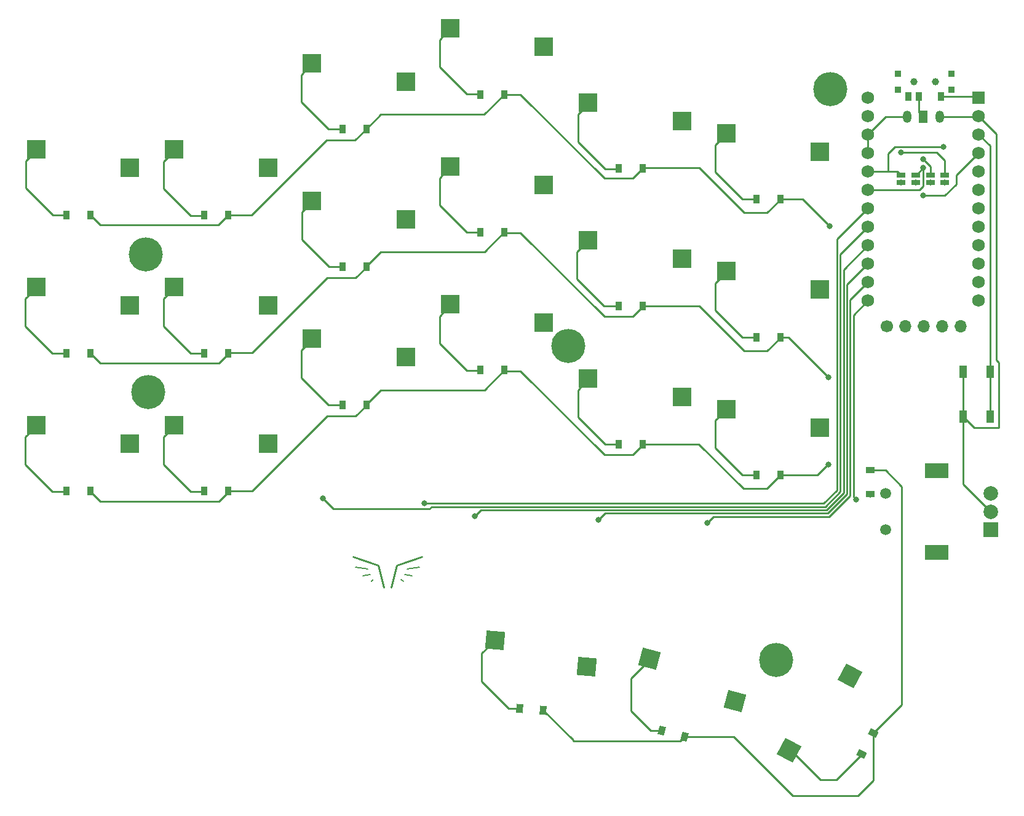
<source format=gbr>
%TF.GenerationSoftware,KiCad,Pcbnew,7.0.10*%
%TF.CreationDate,2024-02-08T10:53:13-05:00*%
%TF.ProjectId,kestrel,6b657374-7265-46c2-9e6b-696361645f70,v1.0.0*%
%TF.SameCoordinates,Original*%
%TF.FileFunction,Copper,L1,Top*%
%TF.FilePolarity,Positive*%
%FSLAX46Y46*%
G04 Gerber Fmt 4.6, Leading zero omitted, Abs format (unit mm)*
G04 Created by KiCad (PCBNEW 7.0.10) date 2024-02-08 10:53:13*
%MOMM*%
%LPD*%
G01*
G04 APERTURE LIST*
G04 Aperture macros list*
%AMRotRect*
0 Rectangle, with rotation*
0 The origin of the aperture is its center*
0 $1 length*
0 $2 width*
0 $3 Rotation angle, in degrees counterclockwise*
0 Add horizontal line*
21,1,$1,$2,0,0,$3*%
G04 Aperture macros list end*
%TA.AperFunction,EtchedComponent*%
%ADD10C,0.193999*%
%TD*%
%TA.AperFunction,EtchedComponent*%
%ADD11C,0.211999*%
%TD*%
%TA.AperFunction,SMDPad,CuDef*%
%ADD12R,0.900000X0.900000*%
%TD*%
%TA.AperFunction,WasherPad*%
%ADD13C,1.000000*%
%TD*%
%TA.AperFunction,SMDPad,CuDef*%
%ADD14R,0.900000X1.250000*%
%TD*%
%TA.AperFunction,SMDPad,CuDef*%
%ADD15R,1.100000X1.800000*%
%TD*%
%TA.AperFunction,ComponentPad*%
%ADD16C,0.600000*%
%TD*%
%TA.AperFunction,SMDPad,CuDef*%
%ADD17R,0.900000X1.200000*%
%TD*%
%TA.AperFunction,SMDPad,CuDef*%
%ADD18R,2.550000X2.500000*%
%TD*%
%TA.AperFunction,ComponentPad*%
%ADD19C,4.700000*%
%TD*%
%TA.AperFunction,SMDPad,CuDef*%
%ADD20R,1.143000X0.635000*%
%TD*%
%TA.AperFunction,SMDPad,CuDef*%
%ADD21RotRect,0.900000X1.200000X175.000000*%
%TD*%
%TA.AperFunction,SMDPad,CuDef*%
%ADD22RotRect,0.900000X1.200000X165.000000*%
%TD*%
%TA.AperFunction,SMDPad,CuDef*%
%ADD23RotRect,2.550000X2.500000X355.000000*%
%TD*%
%TA.AperFunction,ComponentPad*%
%ADD24R,3.200000X2.000000*%
%TD*%
%TA.AperFunction,ComponentPad*%
%ADD25C,1.500000*%
%TD*%
%TA.AperFunction,ComponentPad*%
%ADD26R,2.000000X2.000000*%
%TD*%
%TA.AperFunction,ComponentPad*%
%ADD27C,2.000000*%
%TD*%
%TA.AperFunction,ComponentPad*%
%ADD28C,1.700000*%
%TD*%
%TA.AperFunction,ComponentPad*%
%ADD29O,1.700000X1.700000*%
%TD*%
%TA.AperFunction,SMDPad,CuDef*%
%ADD30RotRect,2.550000X2.500000X345.000000*%
%TD*%
%TA.AperFunction,SMDPad,CuDef*%
%ADD31RotRect,2.550000X2.500000X62.000000*%
%TD*%
%TA.AperFunction,SMDPad,CuDef*%
%ADD32RotRect,0.900000X1.200000X242.000000*%
%TD*%
%TA.AperFunction,ComponentPad*%
%ADD33O,1.200000X1.700000*%
%TD*%
%TA.AperFunction,ComponentPad*%
%ADD34R,1.200000X1.700000*%
%TD*%
%TA.AperFunction,ComponentPad*%
%ADD35R,1.752600X1.752600*%
%TD*%
%TA.AperFunction,ComponentPad*%
%ADD36C,1.752600*%
%TD*%
%TA.AperFunction,SMDPad,CuDef*%
%ADD37R,1.200000X0.900000*%
%TD*%
%TA.AperFunction,ViaPad*%
%ADD38C,0.800000*%
%TD*%
%TA.AperFunction,Conductor*%
%ADD39C,0.250000*%
%TD*%
G04 APERTURE END LIST*
D10*
%TO.C,REF\u002A\u002A*%
X181420000Y-165148000D02*
X179720000Y-164948000D01*
X181770000Y-165948000D02*
X180720000Y-166148000D01*
X182220000Y-166638000D02*
X181890000Y-166848000D01*
D11*
X182870000Y-164698000D02*
X179370000Y-163448000D01*
X183620000Y-167698000D02*
X182870000Y-164698000D01*
X184620000Y-167698000D02*
X185370000Y-164698000D01*
X185370000Y-164698000D02*
X188870000Y-163448000D01*
D10*
X186020000Y-166638000D02*
X186350000Y-166848000D01*
X186470000Y-165948000D02*
X187520000Y-166148000D01*
X186820000Y-165148000D02*
X188520000Y-164948000D01*
%TD*%
D12*
%TO.P,T1,*%
%TO.N,*%
X254372400Y-96926400D03*
X254372400Y-99126400D03*
D13*
X256572400Y-98026400D03*
X259572400Y-98026400D03*
D12*
X261772400Y-96926400D03*
X261772400Y-99126400D03*
D14*
%TO.P,T1,1*%
%TO.N,RAW*%
X260322400Y-100101400D03*
%TO.P,T1,2*%
%TO.N,JST*%
X257322400Y-100101400D03*
%TO.P,T1,3*%
%TO.N,N/C*%
X255822400Y-100101400D03*
%TD*%
D15*
%TO.P,B1,1*%
%TO.N,RST*%
X267106400Y-137972800D03*
X267106400Y-144172800D03*
%TO.P,B1,2*%
%TO.N,GND*%
X263406400Y-137972800D03*
X263406400Y-144172800D03*
%TD*%
D16*
%TO.P,REF\u002A\u002A,1*%
%TO.N,row_0*%
X205593060Y-184655457D03*
%TD*%
%TO.P,REF\u002A\u002A,1*%
%TO.N,ring_top*%
X173838000Y-95536000D03*
%TD*%
%TO.P,REF\u002A\u002A,1*%
%TO.N,row_3*%
X162248000Y-116436000D03*
%TD*%
D17*
%TO.P,D13,1*%
%TO.N,row_1*%
X219238000Y-147976000D03*
%TO.P,D13,2*%
%TO.N,index_bottom*%
X215938000Y-147976000D03*
%TD*%
D16*
%TO.P,REF\u002A\u002A,1*%
%TO.N,row_1*%
X162248000Y-154436000D03*
%TD*%
D18*
%TO.P,S8,1*%
%TO.N,col_2*%
X186673000Y-116996000D03*
%TO.P,S8,2*%
%TO.N,ring_home*%
X173746000Y-114456000D03*
%TD*%
D16*
%TO.P,REF\u002A\u002A,1*%
%TO.N,ring_home*%
X173838000Y-114536000D03*
%TD*%
%TO.P,REF\u002A\u002A,1*%
%TO.N,home_fan*%
X221849536Y-187433412D03*
%TD*%
%TO.P,REF\u002A\u002A,1*%
%TO.N,col_3*%
X205588000Y-93276000D03*
%TD*%
D18*
%TO.P,S11,1*%
%TO.N,col_3*%
X205673000Y-112236000D03*
%TO.P,S11,2*%
%TO.N,middle_home*%
X192746000Y-109696000D03*
%TD*%
D16*
%TO.P,REF\u002A\u002A,1*%
%TO.N,pinkie_top*%
X154838000Y-107436000D03*
%TD*%
%TO.P,REF\u002A\u002A,1*%
%TO.N,middle_bottom*%
X192838000Y-128776000D03*
%TD*%
%TO.P,REF\u002A\u002A,1*%
%TO.N,col_5*%
X243588000Y-126726000D03*
%TD*%
D19*
%TO.P,TH3,*%
%TO.N,*%
X209025000Y-134450000D03*
%TD*%
D17*
%TO.P,D14,1*%
%TO.N,row_2*%
X219238000Y-128976000D03*
%TO.P,D14,2*%
%TO.N,index_home*%
X215938000Y-128976000D03*
%TD*%
D16*
%TO.P,REF\u002A\u002A,1*%
%TO.N,col_4*%
X224588000Y-122476000D03*
%TD*%
D20*
%TO.P,J3,1*%
%TO.N,GND*%
X258858000Y-110947200D03*
%TO.P,J3,2*%
%TO.N,J_pad3*%
X258858000Y-111947960D03*
%TD*%
D16*
%TO.P,REF\u002A\u002A,1*%
%TO.N,far_fan*%
X239573307Y-190094435D03*
%TD*%
%TO.P,REF\u002A\u002A,1*%
%TO.N,col_1*%
X167588000Y-147936000D03*
%TD*%
%TO.P,REF\u002A\u002A,1*%
%TO.N,row_3*%
X143248000Y-116436000D03*
%TD*%
%TO.P,REF\u002A\u002A,1*%
%TO.N,inner_top*%
X234928000Y-114226000D03*
%TD*%
D18*
%TO.P,S15,1*%
%TO.N,col_4*%
X224673000Y-103436000D03*
%TO.P,S15,2*%
%TO.N,index_top*%
X211746000Y-100896000D03*
%TD*%
%TO.P,S14,1*%
%TO.N,col_4*%
X224673000Y-122436000D03*
%TO.P,S14,2*%
%TO.N,index_home*%
X211746000Y-119896000D03*
%TD*%
D21*
%TO.P,D19,1*%
%TO.N,row_0*%
X205583098Y-184654586D03*
%TO.P,D19,2*%
%TO.N,near_fan*%
X202295656Y-184366972D03*
%TD*%
D16*
%TO.P,REF\u002A\u002A,1*%
%TO.N,middle_home*%
X196928000Y-118776000D03*
%TD*%
%TO.P,REF\u002A\u002A,1*%
%TO.N,row_1*%
X181248000Y-142536000D03*
%TD*%
%TO.P,REF\u002A\u002A,1*%
%TO.N,col_5*%
X243588000Y-107726000D03*
%TD*%
%TO.P,REF\u002A\u002A,1*%
%TO.N,index_top*%
X215928000Y-109976000D03*
%TD*%
%TO.P,REF\u002A\u002A,1*%
%TO.N,ring_bottom*%
X177928000Y-142536000D03*
%TD*%
D17*
%TO.P,D7,1*%
%TO.N,row_1*%
X181238000Y-142536000D03*
%TO.P,D7,2*%
%TO.N,ring_bottom*%
X177938000Y-142536000D03*
%TD*%
D20*
%TO.P,J7,1*%
%TO.N,SDA*%
X254858000Y-110947200D03*
%TO.P,J7,2*%
%TO.N,J_pad1*%
X254858000Y-111947960D03*
%TD*%
D18*
%TO.P,S7,1*%
%TO.N,col_2*%
X186673000Y-135996000D03*
%TO.P,S7,2*%
%TO.N,ring_bottom*%
X173746000Y-133456000D03*
%TD*%
D16*
%TO.P,REF\u002A\u002A,1*%
%TO.N,index_home*%
X211838000Y-119976000D03*
%TD*%
%TO.P,REF\u002A\u002A,1*%
%TO.N,col_4*%
X224588000Y-141476000D03*
%TD*%
%TO.P,REF\u002A\u002A,1*%
%TO.N,outer_top*%
X135838000Y-107436000D03*
%TD*%
D17*
%TO.P,D18,1*%
%TO.N,row_3*%
X238238000Y-114226000D03*
%TO.P,D18,2*%
%TO.N,inner_top*%
X234938000Y-114226000D03*
%TD*%
D16*
%TO.P,REF\u002A\u002A,1*%
%TO.N,inner_top*%
X230838000Y-105226000D03*
%TD*%
D18*
%TO.P,S16,1*%
%TO.N,col_5*%
X243673000Y-145686000D03*
%TO.P,S16,2*%
%TO.N,inner_bottom*%
X230746000Y-143146000D03*
%TD*%
D16*
%TO.P,REF\u002A\u002A,1*%
%TO.N,index_bottom*%
X211838000Y-138976000D03*
%TD*%
D19*
%TO.P,TH3,*%
%TO.N,*%
X245125000Y-99050000D03*
%TD*%
D17*
%TO.P,D8,1*%
%TO.N,row_2*%
X181238000Y-123536000D03*
%TO.P,D8,2*%
%TO.N,ring_home*%
X177938000Y-123536000D03*
%TD*%
D16*
%TO.P,REF\u002A\u002A,1*%
%TO.N,col_2*%
X186588000Y-117036000D03*
%TD*%
D17*
%TO.P,D17,1*%
%TO.N,row_2*%
X238238000Y-133226000D03*
%TO.P,D17,2*%
%TO.N,inner_home*%
X234938000Y-133226000D03*
%TD*%
D16*
%TO.P,REF\u002A\u002A,1*%
%TO.N,ring_top*%
X177928000Y-104536000D03*
%TD*%
%TO.P,REF\u002A\u002A,1*%
%TO.N,middle_top*%
X192838000Y-90776000D03*
%TD*%
D18*
%TO.P,S13,1*%
%TO.N,col_4*%
X224673000Y-141436000D03*
%TO.P,S13,2*%
%TO.N,index_bottom*%
X211746000Y-138896000D03*
%TD*%
%TO.P,S1,1*%
%TO.N,col_0*%
X148673000Y-147896000D03*
%TO.P,S1,2*%
%TO.N,outer_bottom*%
X135746000Y-145356000D03*
%TD*%
D16*
%TO.P,REF\u002A\u002A,1*%
%TO.N,outer_bottom*%
X135838000Y-145436000D03*
%TD*%
%TO.P,REF\u002A\u002A,1*%
%TO.N,index_home*%
X215928000Y-128976000D03*
%TD*%
D17*
%TO.P,D2,1*%
%TO.N,row_2*%
X143238000Y-135436000D03*
%TO.P,D2,2*%
%TO.N,outer_home*%
X139938000Y-135436000D03*
%TD*%
D20*
%TO.P,J5,1*%
%TO.N,SCL*%
X256858000Y-110947200D03*
%TO.P,J5,2*%
%TO.N,J_pad2*%
X256858000Y-111947960D03*
%TD*%
D16*
%TO.P,REF\u002A\u002A,1*%
%TO.N,col_3*%
X231896778Y-183396267D03*
%TD*%
%TO.P,REF\u002A\u002A,1*%
%TO.N,col_4*%
X247766438Y-180010532D03*
%TD*%
%TO.P,REF\u002A\u002A,1*%
%TO.N,col_0*%
X148588000Y-109936000D03*
%TD*%
D17*
%TO.P,D4,1*%
%TO.N,row_1*%
X162238000Y-154436000D03*
%TO.P,D4,2*%
%TO.N,pinkie_bottom*%
X158938000Y-154436000D03*
%TD*%
D16*
%TO.P,REF\u002A\u002A,1*%
%TO.N,col_3*%
X205588000Y-112276000D03*
%TD*%
D19*
%TO.P,TH3,*%
%TO.N,*%
X237650000Y-177675000D03*
%TD*%
D16*
%TO.P,REF\u002A\u002A,1*%
%TO.N,middle_top*%
X196928000Y-99776000D03*
%TD*%
%TO.P,REF\u002A\u002A,1*%
%TO.N,row_3*%
X181248000Y-104536000D03*
%TD*%
%TO.P,REF\u002A\u002A,1*%
%TO.N,row_2*%
X219248000Y-128976000D03*
%TD*%
%TO.P,REF\u002A\u002A,1*%
%TO.N,row_1*%
X200248000Y-137776000D03*
%TD*%
D17*
%TO.P,D5,1*%
%TO.N,row_2*%
X162238000Y-135436000D03*
%TO.P,D5,2*%
%TO.N,pinkie_home*%
X158938000Y-135436000D03*
%TD*%
D16*
%TO.P,REF\u002A\u002A,1*%
%TO.N,ring_bottom*%
X173838000Y-133536000D03*
%TD*%
%TO.P,REF\u002A\u002A,1*%
%TO.N,row_0*%
X250998619Y-187777038D03*
%TD*%
%TO.P,REF\u002A\u002A,1*%
%TO.N,col_3*%
X205588000Y-131276000D03*
%TD*%
D17*
%TO.P,D3,1*%
%TO.N,row_3*%
X143238000Y-116436000D03*
%TO.P,D3,2*%
%TO.N,outer_top*%
X139938000Y-116436000D03*
%TD*%
%TO.P,D11,1*%
%TO.N,row_2*%
X200238000Y-118776000D03*
%TO.P,D11,2*%
%TO.N,middle_home*%
X196938000Y-118776000D03*
%TD*%
D16*
%TO.P,REF\u002A\u002A,1*%
%TO.N,far_fan*%
X249439974Y-190708424D03*
%TD*%
%TO.P,REF\u002A\u002A,1*%
%TO.N,row_3*%
X200248000Y-99776000D03*
%TD*%
%TO.P,REF\u002A\u002A,1*%
%TO.N,col_2*%
X186588000Y-98036000D03*
%TD*%
%TO.P,REF\u002A\u002A,1*%
%TO.N,middle_home*%
X192838000Y-109776000D03*
%TD*%
D17*
%TO.P,D10,1*%
%TO.N,row_1*%
X200238000Y-137776000D03*
%TO.P,D10,2*%
%TO.N,middle_bottom*%
X196938000Y-137776000D03*
%TD*%
D16*
%TO.P,REF\u002A\u002A,1*%
%TO.N,col_5*%
X243588000Y-145726000D03*
%TD*%
%TO.P,REF\u002A\u002A,1*%
%TO.N,row_3*%
X238248000Y-114226000D03*
%TD*%
D22*
%TO.P,D20,1*%
%TO.N,row_0*%
X225046751Y-188290103D03*
%TO.P,D20,2*%
%TO.N,home_fan*%
X221859195Y-187436001D03*
%TD*%
D18*
%TO.P,S5,1*%
%TO.N,col_1*%
X167673000Y-128896000D03*
%TO.P,S5,2*%
%TO.N,pinkie_home*%
X154746000Y-126356000D03*
%TD*%
D23*
%TO.P,S19,1*%
%TO.N,col_2*%
X211567415Y-178613164D03*
%TO.P,S19,2*%
%TO.N,near_fan*%
X198910982Y-174956167D03*
%TD*%
D24*
%TO.P,ROT1,*%
%TO.N,*%
X259708000Y-162866000D03*
X259708000Y-151666000D03*
D25*
%TO.P,ROT1,1*%
%TO.N,col_5*%
X252708000Y-159766000D03*
%TO.P,ROT1,2*%
%TO.N,r_diode*%
X252708000Y-154766000D03*
D26*
%TO.P,ROT1,A*%
%TO.N,ENCA*%
X267208000Y-159766000D03*
D27*
%TO.P,ROT1,B*%
%TO.N,ENCB*%
X267208000Y-154766000D03*
%TO.P,ROT1,C*%
%TO.N,GND*%
X267208000Y-157266000D03*
%TD*%
D18*
%TO.P,S4,1*%
%TO.N,col_1*%
X167673000Y-147896000D03*
%TO.P,S4,2*%
%TO.N,pinkie_bottom*%
X154746000Y-145356000D03*
%TD*%
D16*
%TO.P,REF\u002A\u002A,1*%
%TO.N,index_bottom*%
X215928000Y-147976000D03*
%TD*%
D19*
%TO.P,TH3,*%
%TO.N,*%
X150875000Y-121825000D03*
%TD*%
D18*
%TO.P,S12,1*%
%TO.N,col_3*%
X205673000Y-93236000D03*
%TO.P,S12,2*%
%TO.N,middle_top*%
X192746000Y-90696000D03*
%TD*%
D16*
%TO.P,REF\u002A\u002A,1*%
%TO.N,row_1*%
X143248000Y-154436000D03*
%TD*%
D17*
%TO.P,D1,1*%
%TO.N,row_1*%
X143238000Y-154436000D03*
%TO.P,D1,2*%
%TO.N,outer_bottom*%
X139938000Y-154436000D03*
%TD*%
D16*
%TO.P,REF\u002A\u002A,1*%
%TO.N,row_3*%
X219248000Y-109976000D03*
%TD*%
D28*
%TO.P,REF\u002A,1*%
%TO.N,J_pad1*%
X252842600Y-131724400D03*
D29*
%TO.P,REF\u002A,2*%
%TO.N,J_pad2*%
X255382600Y-131724400D03*
%TO.P,REF\u002A,3*%
%TO.N,VCC*%
X257922600Y-131724400D03*
%TO.P,REF\u002A,4*%
%TO.N,J_pad3*%
X260462600Y-131724400D03*
%TO.P,REF\u002A,5*%
%TO.N,J_pad4*%
X263002600Y-131724400D03*
%TD*%
D17*
%TO.P,D6,1*%
%TO.N,row_3*%
X162238000Y-116436000D03*
%TO.P,D6,2*%
%TO.N,pinkie_top*%
X158938000Y-116436000D03*
%TD*%
D18*
%TO.P,S17,1*%
%TO.N,col_5*%
X243673000Y-126686000D03*
%TO.P,S17,2*%
%TO.N,inner_home*%
X230746000Y-124146000D03*
%TD*%
D16*
%TO.P,REF\u002A\u002A,1*%
%TO.N,index_top*%
X211838000Y-100976000D03*
%TD*%
D18*
%TO.P,S9,1*%
%TO.N,col_2*%
X186673000Y-97996000D03*
%TO.P,S9,2*%
%TO.N,ring_top*%
X173746000Y-95456000D03*
%TD*%
D16*
%TO.P,REF\u002A\u002A,1*%
%TO.N,row_2*%
X200248000Y-118776000D03*
%TD*%
%TO.P,REF\u002A\u002A,1*%
%TO.N,pinkie_top*%
X158928000Y-116436000D03*
%TD*%
%TO.P,REF\u002A\u002A,1*%
%TO.N,home_fan*%
X220228271Y-177681510D03*
%TD*%
%TO.P,REF\u002A\u002A,1*%
%TO.N,col_2*%
X186588000Y-136036000D03*
%TD*%
%TO.P,REF\u002A\u002A,1*%
%TO.N,row_2*%
X181248000Y-123536000D03*
%TD*%
%TO.P,REF\u002A\u002A,1*%
%TO.N,middle_bottom*%
X196928000Y-137776000D03*
%TD*%
%TO.P,REF\u002A\u002A,1*%
%TO.N,ring_home*%
X177928000Y-123536000D03*
%TD*%
D18*
%TO.P,S2,1*%
%TO.N,col_0*%
X148673000Y-128896000D03*
%TO.P,S2,2*%
%TO.N,outer_home*%
X135746000Y-126356000D03*
%TD*%
D17*
%TO.P,D15,1*%
%TO.N,row_3*%
X219238000Y-109976000D03*
%TO.P,D15,2*%
%TO.N,index_top*%
X215938000Y-109976000D03*
%TD*%
D16*
%TO.P,REF\u002A\u002A,1*%
%TO.N,near_fan*%
X198995659Y-175043881D03*
%TD*%
%TO.P,REF\u002A\u002A,1*%
%TO.N,pinkie_bottom*%
X154838000Y-145436000D03*
%TD*%
D30*
%TO.P,S20,1*%
%TO.N,col_3*%
X231989234Y-183379630D03*
%TO.P,S20,2*%
%TO.N,home_fan*%
X220160111Y-177580425D03*
%TD*%
D20*
%TO.P,J1,1*%
%TO.N,CS*%
X260858000Y-110947200D03*
%TO.P,J1,2*%
%TO.N,J_pad4*%
X260858000Y-111947960D03*
%TD*%
D31*
%TO.P,S21,1*%
%TO.N,col_4*%
X247771025Y-179916704D03*
%TO.P,S21,2*%
%TO.N,far_fan*%
X239459479Y-190138109D03*
%TD*%
D17*
%TO.P,D16,1*%
%TO.N,row_1*%
X238238000Y-152226000D03*
%TO.P,D16,2*%
%TO.N,inner_bottom*%
X234938000Y-152226000D03*
%TD*%
D16*
%TO.P,REF\u002A\u002A,1*%
%TO.N,inner_bottom*%
X234928000Y-152226000D03*
%TD*%
%TO.P,REF\u002A\u002A,1*%
%TO.N,row_1*%
X219248000Y-147976000D03*
%TD*%
D19*
%TO.P,TH3,*%
%TO.N,*%
X151175000Y-140825000D03*
%TD*%
D16*
%TO.P,REF\u002A\u002A,1*%
%TO.N,col_1*%
X167588000Y-109936000D03*
%TD*%
%TO.P,REF\u002A\u002A,1*%
%TO.N,row_1*%
X238248000Y-152226000D03*
%TD*%
%TO.P,REF\u002A\u002A,1*%
%TO.N,row_2*%
X143248000Y-135436000D03*
%TD*%
%TO.P,REF\u002A\u002A,1*%
%TO.N,inner_home*%
X230838000Y-124226000D03*
%TD*%
%TO.P,REF\u002A\u002A,1*%
%TO.N,pinkie_home*%
X154838000Y-126436000D03*
%TD*%
%TO.P,REF\u002A\u002A,1*%
%TO.N,inner_bottom*%
X230838000Y-143226000D03*
%TD*%
D18*
%TO.P,S3,1*%
%TO.N,col_0*%
X148673000Y-109896000D03*
%TO.P,S3,2*%
%TO.N,outer_top*%
X135746000Y-107356000D03*
%TD*%
D16*
%TO.P,REF\u002A\u002A,1*%
%TO.N,outer_top*%
X139928000Y-116436000D03*
%TD*%
%TO.P,REF\u002A\u002A,1*%
%TO.N,outer_home*%
X139928000Y-135436000D03*
%TD*%
%TO.P,REF\u002A\u002A,1*%
%TO.N,col_1*%
X167588000Y-128936000D03*
%TD*%
D17*
%TO.P,D12,1*%
%TO.N,row_3*%
X200238000Y-99776000D03*
%TO.P,D12,2*%
%TO.N,middle_top*%
X196938000Y-99776000D03*
%TD*%
D16*
%TO.P,REF\u002A\u002A,1*%
%TO.N,col_0*%
X148588000Y-128936000D03*
%TD*%
%TO.P,REF\u002A\u002A,1*%
%TO.N,near_fan*%
X202285694Y-184366100D03*
%TD*%
D18*
%TO.P,S6,1*%
%TO.N,col_1*%
X167673000Y-109896000D03*
%TO.P,S6,2*%
%TO.N,pinkie_top*%
X154746000Y-107356000D03*
%TD*%
D16*
%TO.P,REF\u002A\u002A,1*%
%TO.N,col_0*%
X148588000Y-147936000D03*
%TD*%
D32*
%TO.P,D21,1*%
%TO.N,row_0*%
X250993925Y-187785867D03*
%TO.P,D21,2*%
%TO.N,far_fan*%
X249444669Y-190699595D03*
%TD*%
D16*
%TO.P,REF\u002A\u002A,1*%
%TO.N,outer_bottom*%
X139928000Y-154436000D03*
%TD*%
%TO.P,REF\u002A\u002A,1*%
%TO.N,pinkie_home*%
X158928000Y-135436000D03*
%TD*%
%TO.P,REF\u002A\u002A,1*%
%TO.N,row_2*%
X162248000Y-135436000D03*
%TD*%
%TO.P,REF\u002A\u002A,1*%
%TO.N,row_2*%
X238248000Y-133226000D03*
%TD*%
D18*
%TO.P,S10,1*%
%TO.N,col_3*%
X205673000Y-131236000D03*
%TO.P,S10,2*%
%TO.N,middle_bottom*%
X192746000Y-128696000D03*
%TD*%
D16*
%TO.P,REF\u002A\u002A,1*%
%TO.N,pinkie_bottom*%
X158928000Y-154436000D03*
%TD*%
%TO.P,REF\u002A\u002A,1*%
%TO.N,col_4*%
X224588000Y-103476000D03*
%TD*%
%TO.P,REF\u002A\u002A,1*%
%TO.N,outer_home*%
X135838000Y-126436000D03*
%TD*%
%TO.P,REF\u002A\u002A,1*%
%TO.N,row_0*%
X225056410Y-188292692D03*
%TD*%
D33*
%TO.P,JST REV1,1*%
%TO.N,GND*%
X255661600Y-102867100D03*
D34*
%TO.N,JST*%
X257911600Y-102867100D03*
D33*
%TO.P,JST REV1,2*%
%TO.N,GND*%
X260161600Y-102867100D03*
%TD*%
D16*
%TO.P,REF\u002A\u002A,1*%
%TO.N,inner_home*%
X234928000Y-133226000D03*
%TD*%
D17*
%TO.P,D9,1*%
%TO.N,row_3*%
X181238000Y-104536000D03*
%TO.P,D9,2*%
%TO.N,ring_top*%
X177938000Y-104536000D03*
%TD*%
D35*
%TO.P,MCU1,1*%
%TO.N,RAW*%
X265531600Y-100228400D03*
D36*
%TO.P,MCU1,2*%
%TO.N,GND*%
X265531600Y-102768400D03*
%TO.P,MCU1,3*%
%TO.N,RST*%
X265531600Y-105308400D03*
%TO.P,MCU1,4*%
%TO.N,VCC*%
X265531600Y-107848400D03*
%TO.P,MCU1,5*%
%TO.N,ENCB*%
X265531600Y-110388400D03*
%TO.P,MCU1,6*%
%TO.N,ENCA*%
X265531600Y-112928400D03*
%TO.P,MCU1,7*%
%TO.N,P19*%
X265531600Y-115468400D03*
%TO.P,MCU1,8*%
%TO.N,P18*%
X265531600Y-118008400D03*
%TO.P,MCU1,9*%
%TO.N,row_3*%
X265531600Y-120548400D03*
%TO.P,MCU1,10*%
%TO.N,row_2*%
X265531600Y-123088400D03*
%TO.P,MCU1,11*%
%TO.N,row_1*%
X265531600Y-125628400D03*
%TO.P,MCU1,12*%
%TO.N,row_0*%
X265531600Y-128168400D03*
%TO.P,MCU1,13*%
%TO.N,CS*%
X250291600Y-100228400D03*
%TO.P,MCU1,14*%
%TO.N,P0*%
X250291600Y-102768400D03*
%TO.P,MCU1,15*%
%TO.N,GND*%
X250291600Y-105308400D03*
%TO.P,MCU1,16*%
X250291600Y-107848400D03*
%TO.P,MCU1,17*%
%TO.N,SDA*%
X250291600Y-110388400D03*
%TO.P,MCU1,18*%
%TO.N,SCL*%
X250291600Y-112928400D03*
%TO.P,MCU1,19*%
%TO.N,col_0*%
X250291600Y-115468400D03*
%TO.P,MCU1,20*%
%TO.N,col_1*%
X250291600Y-118008400D03*
%TO.P,MCU1,21*%
%TO.N,col_2*%
X250291600Y-120548400D03*
%TO.P,MCU1,22*%
%TO.N,col_3*%
X250291600Y-123088400D03*
%TO.P,MCU1,23*%
%TO.N,col_4*%
X250291600Y-125628400D03*
%TO.P,MCU1,24*%
%TO.N,col_5*%
X250291600Y-128168400D03*
%TD*%
D18*
%TO.P,S18,1*%
%TO.N,col_5*%
X243673000Y-107686000D03*
%TO.P,S18,2*%
%TO.N,inner_top*%
X230746000Y-105146000D03*
%TD*%
D37*
%TO.P,D22,1*%
%TO.N,row_0*%
X250588000Y-151576000D03*
%TO.P,D22,2*%
%TO.N,r_diode*%
X250588000Y-154876000D03*
%TD*%
D16*
%TO.P,REF\u002A\u002A,1*%
%TO.N,col_2*%
X211479252Y-178645603D03*
%TD*%
D38*
%TO.N,col_0*%
X189230000Y-156159200D03*
%TO.N,col_1*%
X175209200Y-155434700D03*
%TO.N,col_2*%
X196138800Y-157937200D03*
%TO.N,col_3*%
X213207600Y-158394400D03*
%TO.N,col_4*%
X228142800Y-158851600D03*
%TO.N,col_5*%
X248666000Y-155651200D03*
%TO.N,row_1*%
X244805200Y-150825200D03*
%TO.N,row_2*%
X244805200Y-138734800D03*
%TO.N,row_3*%
X245008400Y-117957600D03*
%TO.N,row_0*%
X250596400Y-151536400D03*
%TO.N,GND*%
X257860800Y-108712000D03*
%TO.N,VCC*%
X257860800Y-113741200D03*
%TO.N,CS*%
X254812800Y-107797600D03*
%TO.N,SDA*%
X260705600Y-107035600D03*
%TO.N,SCL*%
X257860800Y-109931200D03*
%TO.N,r_diode*%
X250596400Y-154940000D03*
%TO.N,J_pad4*%
X260858000Y-111963200D03*
%TO.N,J_pad3*%
X258876800Y-111963200D03*
%TO.N,J_pad2*%
X256844800Y-111963200D03*
%TO.N,J_pad1*%
X254812800Y-111963200D03*
%TD*%
D39*
%TO.N,col_0*%
X246024400Y-154330400D02*
X246024400Y-119735600D01*
X246024400Y-119735600D02*
X250291600Y-115468400D01*
X189230000Y-156159200D02*
X244195600Y-156159200D01*
X244195600Y-156159200D02*
X246024400Y-154330400D01*
%TO.N,outer_bottom*%
X134272000Y-146989000D02*
X134272000Y-150781000D01*
X134272000Y-150781000D02*
X137991000Y-154500000D01*
X137991000Y-154500000D02*
X139851000Y-154500000D01*
X135761000Y-145500000D02*
X134272000Y-146989000D01*
%TO.N,outer_home*%
X134272000Y-131731000D02*
X137991000Y-135450000D01*
X135761000Y-126450000D02*
X134272000Y-127939000D01*
X137991000Y-135450000D02*
X139851000Y-135450000D01*
X134272000Y-127939000D02*
X134272000Y-131731000D01*
%TO.N,outer_top*%
X134349000Y-112717000D02*
X138068000Y-116436000D01*
X138068000Y-116436000D02*
X139928000Y-116436000D01*
X135838000Y-107436000D02*
X134349000Y-108925000D01*
X134349000Y-108925000D02*
X134349000Y-112717000D01*
%TO.N,col_1*%
X175209200Y-155434700D02*
X175209700Y-155434200D01*
X176658700Y-156884200D02*
X189920200Y-156884200D01*
X190195200Y-156609200D02*
X244381996Y-156609200D01*
X189920200Y-156884200D02*
X190195200Y-156609200D01*
X244381996Y-156609200D02*
X246474400Y-154516796D01*
X246474400Y-154516796D02*
X246474400Y-121825600D01*
X246474400Y-121825600D02*
X250291600Y-118008400D01*
X175209200Y-155434700D02*
X176658700Y-156884200D01*
%TO.N,pinkie_bottom*%
X154811000Y-145500000D02*
X153322000Y-146989000D01*
X153322000Y-146989000D02*
X153322000Y-150781000D01*
X157041000Y-154500000D02*
X158901000Y-154500000D01*
X153322000Y-150781000D02*
X157041000Y-154500000D01*
%TO.N,pinkie_home*%
X154811000Y-126450000D02*
X153322000Y-127939000D01*
X157041000Y-135450000D02*
X158901000Y-135450000D01*
X153322000Y-131731000D02*
X157041000Y-135450000D01*
X153322000Y-127939000D02*
X153322000Y-131731000D01*
%TO.N,pinkie_top*%
X154811000Y-107527000D02*
X153322000Y-109016000D01*
X157041000Y-116527000D02*
X158901000Y-116527000D01*
X153322000Y-112808000D02*
X157041000Y-116527000D01*
X153322000Y-109016000D02*
X153322000Y-112808000D01*
%TO.N,col_2*%
X244568392Y-157059200D02*
X246924400Y-154703192D01*
X246924400Y-154703192D02*
X246924400Y-123915600D01*
X246924400Y-123915600D02*
X250291600Y-120548400D01*
X196138800Y-157937200D02*
X197016800Y-157059200D01*
X197016800Y-157059200D02*
X244568392Y-157059200D01*
%TO.N,ring_bottom*%
X172245000Y-138843000D02*
X175964000Y-142562000D01*
X175964000Y-142562000D02*
X177824000Y-142562000D01*
X172245000Y-135051000D02*
X172245000Y-138843000D01*
X173734000Y-133562000D02*
X172245000Y-135051000D01*
%TO.N,ring_home*%
X172372000Y-116001000D02*
X172372000Y-119793000D01*
X173861000Y-114512000D02*
X172372000Y-116001000D01*
X172372000Y-119793000D02*
X176091000Y-123512000D01*
X176091000Y-123512000D02*
X177951000Y-123512000D01*
%TO.N,ring_top*%
X172245000Y-97078000D02*
X172245000Y-100870000D01*
X175964000Y-104589000D02*
X177824000Y-104589000D01*
X173734000Y-95589000D02*
X172245000Y-97078000D01*
X172245000Y-100870000D02*
X175964000Y-104589000D01*
%TO.N,col_3*%
X244754788Y-157509200D02*
X247374400Y-154889588D01*
X214092800Y-157509200D02*
X244754788Y-157509200D01*
X247374400Y-154889588D02*
X247374400Y-126005600D01*
X247374400Y-126005600D02*
X250291600Y-123088400D01*
X213207600Y-158394400D02*
X214092800Y-157509200D01*
%TO.N,middle_bottom*%
X195014000Y-137863000D02*
X196874000Y-137863000D01*
X191295000Y-134144000D02*
X195014000Y-137863000D01*
X192784000Y-128863000D02*
X191295000Y-130352000D01*
X191295000Y-130352000D02*
X191295000Y-134144000D01*
%TO.N,middle_home*%
X191295000Y-111302000D02*
X191295000Y-115094000D01*
X192784000Y-109813000D02*
X191295000Y-111302000D01*
X191295000Y-115094000D02*
X195014000Y-118813000D01*
X195014000Y-118813000D02*
X196874000Y-118813000D01*
%TO.N,middle_top*%
X191295000Y-92252000D02*
X191295000Y-96044000D01*
X195014000Y-99763000D02*
X196874000Y-99763000D01*
X192784000Y-90763000D02*
X191295000Y-92252000D01*
X191295000Y-96044000D02*
X195014000Y-99763000D01*
%TO.N,col_4*%
X229035200Y-157959200D02*
X244941184Y-157959200D01*
X247824400Y-128095600D02*
X250291600Y-125628400D01*
X244941184Y-157959200D02*
X247824400Y-155075984D01*
X247824400Y-155075984D02*
X247824400Y-128095600D01*
X228142800Y-158851600D02*
X229035200Y-157959200D01*
X224673000Y-141436000D02*
X224756000Y-141436000D01*
%TO.N,index_bottom*%
X210345000Y-140512000D02*
X210345000Y-144304000D01*
X210345000Y-144304000D02*
X214064000Y-148023000D01*
X214064000Y-148023000D02*
X215924000Y-148023000D01*
X211834000Y-139023000D02*
X210345000Y-140512000D01*
%TO.N,index_home*%
X210218000Y-121462000D02*
X210218000Y-125254000D01*
X213937000Y-128973000D02*
X215797000Y-128973000D01*
X211707000Y-119973000D02*
X210218000Y-121462000D01*
X210218000Y-125254000D02*
X213937000Y-128973000D01*
%TO.N,index_top*%
X210345000Y-106331000D02*
X214064000Y-110050000D01*
X210345000Y-102539000D02*
X210345000Y-106331000D01*
X214064000Y-110050000D02*
X215924000Y-110050000D01*
X211834000Y-101050000D02*
X210345000Y-102539000D01*
%TO.N,col_5*%
X248666000Y-155651200D02*
X248274400Y-155259600D01*
X248274400Y-155259600D02*
X248274400Y-130185600D01*
X248274400Y-130185600D02*
X250291600Y-128168400D01*
%TO.N,inner_bottom*%
X229268000Y-148495000D02*
X232987000Y-152214000D01*
X229268000Y-144703000D02*
X229268000Y-148495000D01*
X232987000Y-152214000D02*
X234847000Y-152214000D01*
X230757000Y-143214000D02*
X229268000Y-144703000D01*
%TO.N,inner_home*%
X229268000Y-129572000D02*
X232987000Y-133291000D01*
X229268000Y-125780000D02*
X229268000Y-129572000D01*
X232987000Y-133291000D02*
X234847000Y-133291000D01*
X230757000Y-124291000D02*
X229268000Y-125780000D01*
%TO.N,inner_top*%
X230757000Y-105241000D02*
X229268000Y-106730000D01*
X229268000Y-110522000D02*
X232987000Y-114241000D01*
X232987000Y-114241000D02*
X234847000Y-114241000D01*
X229268000Y-106730000D02*
X229268000Y-110522000D01*
%TO.N,near_fan*%
X198910982Y-174956167D02*
X197087000Y-176780149D01*
X200791972Y-184366972D02*
X202295656Y-184366972D01*
X197087000Y-180662000D02*
X200791972Y-184366972D01*
X197087000Y-176780149D02*
X197087000Y-180662000D01*
%TO.N,home_fan*%
X220368412Y-187433412D02*
X221849536Y-187433412D01*
X217661000Y-180248781D02*
X217661000Y-184726000D01*
X217661000Y-184726000D02*
X220368412Y-187433412D01*
X220228271Y-177681510D02*
X217661000Y-180248781D01*
%TO.N,far_fan*%
X243729872Y-194251000D02*
X245897398Y-194251000D01*
X245897398Y-194251000D02*
X249439974Y-190708424D01*
X239573307Y-190094435D02*
X243729872Y-194251000D01*
%TO.N,row_1*%
X238238000Y-152226000D02*
X243353600Y-152226000D01*
X183236000Y-140530000D02*
X197476000Y-140530000D01*
X236355000Y-154119000D02*
X238248000Y-152226000D01*
X243353600Y-152226000D02*
X244754400Y-150825200D01*
X227012000Y-147976000D02*
X233155000Y-154119000D01*
X181257000Y-142509000D02*
X183236000Y-140530000D01*
X200248000Y-137876000D02*
X202434000Y-137876000D01*
X165509500Y-154454500D02*
X175832500Y-144131500D01*
X244805200Y-150825200D02*
X244805200Y-150774400D01*
X202434000Y-137876000D02*
X213978000Y-149420000D01*
X143269000Y-154536000D02*
X144630000Y-155897000D01*
X179742500Y-144131500D02*
X181319500Y-142554500D01*
X162329500Y-154454500D02*
X165509500Y-154454500D01*
X144630000Y-155897000D02*
X160898000Y-155897000D01*
X244805200Y-150774400D02*
X244856000Y-150723600D01*
X213978000Y-149420000D02*
X217894000Y-149420000D01*
X160898000Y-155897000D02*
X162259000Y-154536000D01*
X217894000Y-149420000D02*
X219238000Y-148076000D01*
X244754400Y-150825200D02*
X244805200Y-150825200D01*
X175832500Y-144131500D02*
X179742500Y-144131500D01*
X197476000Y-140530000D02*
X200257000Y-137749000D01*
X233155000Y-154119000D02*
X236355000Y-154119000D01*
X219238000Y-147976000D02*
X227012000Y-147976000D01*
%TO.N,row_2*%
X197476000Y-121480000D02*
X200257000Y-118699000D01*
X233202000Y-135116000D02*
X236402000Y-135116000D01*
X175832500Y-125081500D02*
X179742500Y-125081500D01*
X143269000Y-135486000D02*
X144630000Y-136847000D01*
X162329500Y-135404500D02*
X165509500Y-135404500D01*
X227059000Y-128973000D02*
X233202000Y-135116000D01*
X160898000Y-136847000D02*
X162259000Y-135486000D01*
X181257000Y-123459000D02*
X183236000Y-121480000D01*
X202434000Y-118826000D02*
X213978000Y-130370000D01*
X213978000Y-130370000D02*
X217894000Y-130370000D01*
X144630000Y-136847000D02*
X160898000Y-136847000D01*
X244805200Y-138734800D02*
X244856000Y-138785600D01*
X219285000Y-128973000D02*
X227059000Y-128973000D01*
X165509500Y-135404500D02*
X175832500Y-125081500D01*
X239296400Y-133226000D02*
X244805200Y-138734800D01*
X179742500Y-125081500D02*
X181319500Y-123504500D01*
X236402000Y-135116000D02*
X238295000Y-133223000D01*
X217894000Y-130370000D02*
X219238000Y-129026000D01*
X183236000Y-121480000D02*
X197476000Y-121480000D01*
X200248000Y-118826000D02*
X202434000Y-118826000D01*
X238238000Y-133226000D02*
X239296400Y-133226000D01*
%TO.N,row_3*%
X213978000Y-111320000D02*
X217894000Y-111320000D01*
X179661000Y-106113000D02*
X181238000Y-104536000D01*
X162248000Y-116436000D02*
X165428000Y-116436000D01*
X200248000Y-99776000D02*
X202434000Y-99776000D01*
X143248000Y-116436000D02*
X144609000Y-117797000D01*
X165428000Y-116436000D02*
X175751000Y-106113000D01*
X233202000Y-116066000D02*
X236402000Y-116066000D01*
X238248000Y-114226000D02*
X241276800Y-114226000D01*
X202434000Y-99776000D02*
X213978000Y-111320000D01*
X181238000Y-104536000D02*
X183217000Y-102557000D01*
X144609000Y-117797000D02*
X160877000Y-117797000D01*
X183217000Y-102557000D02*
X197457000Y-102557000D01*
X197457000Y-102557000D02*
X200238000Y-99776000D01*
X241276800Y-114226000D02*
X245008400Y-117957600D01*
X160877000Y-117797000D02*
X162238000Y-116436000D01*
X217894000Y-111320000D02*
X219238000Y-109976000D01*
X227059000Y-109923000D02*
X233202000Y-116066000D01*
X175751000Y-106113000D02*
X179661000Y-106113000D01*
X236402000Y-116066000D02*
X238295000Y-114173000D01*
X219285000Y-109923000D02*
X227059000Y-109923000D01*
%TO.N,row_0*%
X248903000Y-196410000D02*
X250993925Y-194319075D01*
X209660000Y-188731488D02*
X209660000Y-188917000D01*
X239886000Y-196410000D02*
X248903000Y-196410000D01*
X250596400Y-151536400D02*
X252668000Y-151576000D01*
X250588000Y-151576000D02*
X250430000Y-151576000D01*
X254889000Y-183890792D02*
X250993925Y-187785867D01*
X209660000Y-188917000D02*
X224432102Y-188917000D01*
X225056410Y-188292692D02*
X231768692Y-188292692D01*
X252668000Y-151576000D02*
X254889000Y-153797000D01*
X250588000Y-151576000D02*
X250596400Y-151536400D01*
X254889000Y-153797000D02*
X254889000Y-183890792D01*
X224432102Y-188917000D02*
X225056410Y-188292692D01*
X250993925Y-194319075D02*
X250993925Y-187785867D01*
X205583098Y-184654586D02*
X209660000Y-188731488D01*
X231768692Y-188292692D02*
X239886000Y-196410000D01*
%TO.N,RAW*%
X260322400Y-100101400D02*
X265404600Y-100101400D01*
X265404600Y-100101400D02*
X265531600Y-100228400D01*
%TO.N,GND*%
X255661600Y-102867100D02*
X252732900Y-102867100D01*
X258858000Y-109709200D02*
X258858000Y-110947200D01*
X260161600Y-102867100D02*
X265432900Y-102867100D01*
X264928000Y-145694400D02*
X263406400Y-144172800D01*
X265531600Y-102768400D02*
X267981400Y-105218200D01*
X265432900Y-102867100D02*
X265531600Y-102768400D01*
X250291600Y-105308400D02*
X250291600Y-107848400D01*
X267981400Y-105218200D02*
X267981400Y-136409400D01*
X263406400Y-153464400D02*
X267208000Y-157266000D01*
X252732900Y-102867100D02*
X250291600Y-105308400D01*
X268274800Y-136702800D02*
X268274800Y-145694400D01*
X257860800Y-108712000D02*
X258858000Y-109709200D01*
X263406400Y-137972800D02*
X263406400Y-144172800D01*
X268274800Y-145694400D02*
X264928000Y-145694400D01*
X263406400Y-144172800D02*
X263406400Y-153464400D01*
X267981400Y-136409400D02*
X268274800Y-136702800D01*
%TO.N,RST*%
X267106400Y-106883200D02*
X267106400Y-137972800D01*
X267106400Y-137972800D02*
X267106400Y-144172800D01*
X265531600Y-105308400D02*
X267106400Y-106883200D01*
%TO.N,VCC*%
X265531600Y-107848400D02*
X262432800Y-110947200D01*
X262432800Y-110947200D02*
X262432800Y-112166400D01*
X260858000Y-113741200D02*
X257860800Y-113741200D01*
X262432800Y-112166400D02*
X260858000Y-113741200D01*
%TO.N,CS*%
X260858000Y-108915200D02*
X260858000Y-110947200D01*
X259740400Y-107797600D02*
X260858000Y-108915200D01*
X254812800Y-107797600D02*
X259740400Y-107797600D01*
%TO.N,SDA*%
X254299200Y-110388400D02*
X254858000Y-110947200D01*
X253949200Y-107035600D02*
X260705600Y-107035600D01*
X260705600Y-107035600D02*
X260756400Y-107035600D01*
X250291600Y-110388400D02*
X253034800Y-110388400D01*
X253034800Y-110388400D02*
X253034800Y-107950000D01*
X253034800Y-107950000D02*
X253949200Y-107035600D01*
X253034800Y-110388400D02*
X254299200Y-110388400D01*
%TO.N,SCL*%
X250291600Y-112928400D02*
X257397560Y-112928400D01*
X257860800Y-109944400D02*
X256858000Y-110947200D01*
X257860800Y-109931200D02*
X257860800Y-109944400D01*
X257860800Y-112465160D02*
X257860800Y-109931200D01*
X257397560Y-112928400D02*
X257860800Y-112465160D01*
%TO.N,JST*%
X257322400Y-100101400D02*
X257322400Y-102277900D01*
X257322400Y-102277900D02*
X257911600Y-102867100D01*
%TD*%
M02*

</source>
